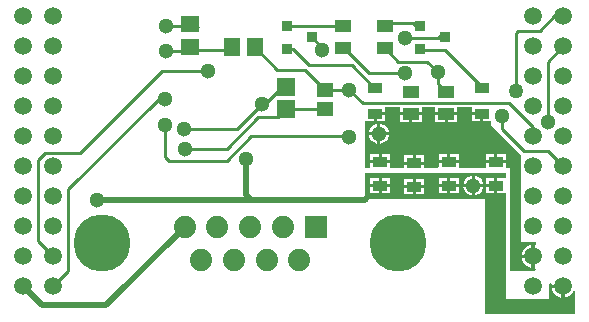
<source format=gbl>
G04 Layer_Physical_Order=2*
G04 Layer_Color=11436288*
%FSLAX42Y42*%
%MOMM*%
G71*
G01*
G75*
%ADD10R,1.30X0.90*%
%ADD11R,1.45X1.05*%
%ADD19C,1.52*%
%ADD20C,0.25*%
%ADD22C,0.50*%
%ADD25C,4.83*%
%ADD26C,1.88*%
%ADD27R,1.88X1.88*%
%ADD28C,1.30*%
%ADD29C,1.27*%
%ADD30R,0.91X0.81*%
%ADD31R,1.55X1.35*%
%ADD32R,1.55X1.55*%
%ADD33R,1.35X1.55*%
%ADD34R,1.45X1.25*%
G36*
X9220Y6516D02*
X9215Y6505D01*
X9207Y6505D01*
X9143D01*
Y6440D01*
Y6375D01*
X9207D01*
X9215Y6375D01*
X9220Y6364D01*
Y6364D01*
Y5480D01*
X9580Y5480D01*
X9580Y5606D01*
X9591Y5616D01*
X9596Y5615D01*
X9604Y5604D01*
X9604Y5600D01*
X9699D01*
Y5587D01*
X9712D01*
Y5492D01*
X9724Y5493D01*
X9748Y5503D01*
X9768Y5518D01*
X9783Y5538D01*
X9787Y5549D01*
X9800Y5546D01*
X9800Y5450D01*
Y5350D01*
X9040D01*
Y6330D01*
X8020D01*
Y6550D01*
X9220D01*
Y6516D01*
D02*
G37*
G36*
X8925Y7063D02*
X9010D01*
Y7050D01*
X9023D01*
Y6985D01*
X9090D01*
Y6950D01*
X9340Y6700D01*
X9340Y5960D01*
X9470Y5960D01*
Y5944D01*
X9460Y5936D01*
X9458Y5936D01*
Y5841D01*
Y5744D01*
X9467Y5736D01*
X9467Y5730D01*
X9457Y5720D01*
X9250Y5720D01*
X9250Y6590D01*
X9215D01*
Y6627D01*
X9045D01*
Y6599D01*
X9036Y6590D01*
X8815D01*
Y6627D01*
X8645D01*
Y6599D01*
X8636Y6590D01*
X8525Y6590D01*
Y6617D01*
X8355D01*
Y6599D01*
X8346Y6590D01*
X8235D01*
Y6627D01*
X8065D01*
Y6599D01*
X8056Y6590D01*
X8029D01*
X8020Y6599D01*
X8020Y6974D01*
X8025Y6985D01*
X8097D01*
Y7050D01*
X8110D01*
Y7063D01*
X8195D01*
Y7107D01*
X8318D01*
Y7060D01*
X8503D01*
Y7107D01*
X8618D01*
Y7060D01*
X8803D01*
Y7107D01*
X8925D01*
Y7063D01*
D02*
G37*
%LPC*%
G36*
X8427Y6495D02*
X8355D01*
Y6443D01*
X8427D01*
Y6495D01*
D02*
G37*
G36*
X8525D02*
X8453D01*
Y6443D01*
X8525D01*
Y6495D01*
D02*
G37*
G36*
X8717Y6427D02*
X8645D01*
Y6375D01*
X8717D01*
Y6427D01*
D02*
G37*
G36*
X8815D02*
X8743D01*
Y6375D01*
X8815D01*
Y6427D01*
D02*
G37*
G36*
X8137Y6505D02*
X8065D01*
Y6453D01*
X8137D01*
Y6505D01*
D02*
G37*
G36*
X8815D02*
X8743D01*
Y6453D01*
X8815D01*
Y6505D01*
D02*
G37*
G36*
X8927Y6524D02*
X8918Y6523D01*
X8897Y6514D01*
X8879Y6501D01*
X8866Y6483D01*
X8857Y6462D01*
X8856Y6453D01*
X8927D01*
Y6524D01*
D02*
G37*
G36*
X8235Y6505D02*
X8163D01*
Y6453D01*
X8235D01*
Y6505D01*
D02*
G37*
G36*
X8717D02*
X8645D01*
Y6453D01*
X8717D01*
Y6505D01*
D02*
G37*
G36*
X8235Y6427D02*
X8163D01*
Y6375D01*
X8235D01*
Y6427D01*
D02*
G37*
G36*
X9432Y5936D02*
X9420Y5935D01*
X9396Y5925D01*
X9376Y5910D01*
X9361Y5890D01*
X9351Y5866D01*
X9350Y5854D01*
X9432D01*
Y5936D01*
D02*
G37*
G36*
X8927Y6427D02*
X8856D01*
X8857Y6418D01*
X8866Y6397D01*
X8879Y6379D01*
X8897Y6366D01*
X8918Y6357D01*
X8927Y6356D01*
Y6427D01*
D02*
G37*
G36*
X9686Y5574D02*
X9604D01*
X9605Y5562D01*
X9615Y5538D01*
X9630Y5518D01*
X9650Y5503D01*
X9674Y5493D01*
X9686Y5492D01*
Y5574D01*
D02*
G37*
G36*
X9432Y5828D02*
X9350D01*
X9351Y5816D01*
X9361Y5792D01*
X9376Y5772D01*
X9396Y5757D01*
X9420Y5747D01*
X9432Y5746D01*
Y5828D01*
D02*
G37*
G36*
X9024Y6427D02*
X8953D01*
Y6356D01*
X8962Y6357D01*
X8983Y6366D01*
X9001Y6379D01*
X9014Y6397D01*
X9023Y6418D01*
X9024Y6427D01*
D02*
G37*
G36*
X9117D02*
X9045D01*
Y6375D01*
X9117D01*
Y6427D01*
D02*
G37*
G36*
X8137D02*
X8065D01*
Y6375D01*
X8137D01*
Y6427D01*
D02*
G37*
G36*
X8427Y6417D02*
X8355D01*
Y6365D01*
X8427D01*
Y6417D01*
D02*
G37*
G36*
X8525D02*
X8453D01*
Y6365D01*
X8525D01*
Y6417D01*
D02*
G37*
G36*
X8153Y6964D02*
Y6893D01*
X8224D01*
X8223Y6902D01*
X8214Y6923D01*
X8201Y6941D01*
X8183Y6954D01*
X8162Y6963D01*
X8153Y6964D01*
D02*
G37*
G36*
X8397Y7035D02*
X8318D01*
Y6975D01*
X8397D01*
Y7035D01*
D02*
G37*
G36*
X8127Y6964D02*
X8118Y6963D01*
X8097Y6954D01*
X8079Y6941D01*
X8066Y6923D01*
X8057Y6902D01*
X8056Y6893D01*
X8127D01*
Y6964D01*
D02*
G37*
G36*
Y6867D02*
X8056D01*
X8057Y6858D01*
X8066Y6837D01*
X8079Y6819D01*
X8097Y6806D01*
X8118Y6797D01*
X8127Y6796D01*
Y6867D01*
D02*
G37*
G36*
X8224D02*
X8153D01*
Y6796D01*
X8162Y6797D01*
X8183Y6806D01*
X8201Y6819D01*
X8214Y6837D01*
X8223Y6858D01*
X8224Y6867D01*
D02*
G37*
G36*
X8195Y7037D02*
X8123D01*
Y6985D01*
X8195D01*
Y7037D01*
D02*
G37*
G36*
X8997D02*
X8925D01*
Y6985D01*
X8997D01*
Y7037D01*
D02*
G37*
G36*
X8803Y7035D02*
X8723D01*
Y6975D01*
X8803D01*
Y7035D01*
D02*
G37*
G36*
X8503D02*
X8423D01*
Y6975D01*
X8503D01*
Y7035D01*
D02*
G37*
G36*
X8697D02*
X8618D01*
Y6975D01*
X8697D01*
Y7035D01*
D02*
G37*
G36*
X8525Y6695D02*
X8453D01*
Y6643D01*
X8525D01*
Y6695D01*
D02*
G37*
G36*
X8137Y6705D02*
X8065D01*
Y6653D01*
X8137D01*
Y6705D01*
D02*
G37*
G36*
X8427Y6695D02*
X8355D01*
Y6643D01*
X8427D01*
Y6695D01*
D02*
G37*
G36*
X8953Y6524D02*
Y6453D01*
X9024D01*
X9023Y6462D01*
X9014Y6483D01*
X9001Y6501D01*
X8983Y6514D01*
X8962Y6523D01*
X8953Y6524D01*
D02*
G37*
G36*
X9117Y6505D02*
X9045D01*
Y6453D01*
X9117D01*
Y6505D01*
D02*
G37*
G36*
Y6705D02*
X9045D01*
Y6653D01*
X9117D01*
Y6705D01*
D02*
G37*
G36*
X9215D02*
X9143D01*
Y6653D01*
X9215D01*
Y6705D01*
D02*
G37*
G36*
X8815D02*
X8743D01*
Y6653D01*
X8815D01*
Y6705D01*
D02*
G37*
G36*
X8235D02*
X8163D01*
Y6653D01*
X8235D01*
Y6705D01*
D02*
G37*
G36*
X8717D02*
X8645D01*
Y6653D01*
X8717D01*
Y6705D01*
D02*
G37*
%LPD*%
D10*
X8150Y6640D02*
D03*
Y6440D02*
D03*
X8440Y6430D02*
D03*
Y6630D02*
D03*
X9130Y6440D02*
D03*
Y6640D02*
D03*
X8730Y6440D02*
D03*
Y6640D02*
D03*
X9010Y7270D02*
D03*
Y7050D02*
D03*
X8110Y7270D02*
D03*
Y7050D02*
D03*
D11*
X8190Y7787D02*
D03*
Y7602D02*
D03*
X7840D02*
D03*
Y7787D02*
D03*
X8710Y7232D02*
D03*
Y7047D02*
D03*
X8410Y7232D02*
D03*
Y7047D02*
D03*
D19*
X5127Y7873D02*
D03*
X5381D02*
D03*
X5127Y7619D02*
D03*
X5381D02*
D03*
X5127Y7365D02*
D03*
X5381D02*
D03*
X5127Y7111D02*
D03*
X5381D02*
D03*
X5127Y6857D02*
D03*
X5381D02*
D03*
X5127Y6603D02*
D03*
X5381D02*
D03*
X5127Y6349D02*
D03*
X5381D02*
D03*
X5127Y6095D02*
D03*
X5381D02*
D03*
X5127Y5841D02*
D03*
X5381D02*
D03*
X5127Y5587D02*
D03*
X5381D02*
D03*
X9445Y7873D02*
D03*
X9699D02*
D03*
X9445Y7619D02*
D03*
X9699D02*
D03*
X9445Y7365D02*
D03*
X9699D02*
D03*
X9445Y7111D02*
D03*
X9699D02*
D03*
X9445Y6857D02*
D03*
X9699D02*
D03*
X9445Y6603D02*
D03*
X9699D02*
D03*
X9445Y6349D02*
D03*
X9699D02*
D03*
X9445Y6095D02*
D03*
X9699D02*
D03*
X9445Y5841D02*
D03*
X9699D02*
D03*
X9445Y5587D02*
D03*
X9699D02*
D03*
D20*
X5610Y6720D02*
X6300Y7410D01*
X6690D01*
X5310Y6720D02*
X5610D01*
X5250Y6660D02*
X5310Y6720D01*
X5510Y6410D02*
X6275Y7175D01*
X5510Y5716D02*
Y6410D01*
X9180Y6920D02*
Y7030D01*
Y6920D02*
X9370Y6730D01*
X6360Y6650D02*
X6850D01*
X6325Y6685D02*
X6360Y6650D01*
X6325Y6685D02*
Y6950D01*
X7058Y6858D02*
X7882D01*
X6850Y6650D02*
X7058Y6858D01*
X8190Y7772D02*
X8235Y7818D01*
X8360Y7690D02*
X8640D01*
X8670Y7720D01*
X8471Y7777D02*
X8484Y7791D01*
X8471Y7777D02*
Y7777D01*
X8430Y7818D02*
X8471Y7777D01*
X8235Y7818D02*
X8430D01*
X8670Y7720D02*
X8700Y7690D01*
X7660Y7590D02*
Y7607D01*
X8491Y7592D02*
X8698D01*
X8484Y7599D02*
X8491Y7592D01*
X8698D02*
X9015Y7275D01*
X9300Y7240D02*
Y7730D01*
X9320Y7750D01*
X9570Y6980D02*
Y7490D01*
X9699Y7619D01*
X9572Y6730D02*
X9699Y6603D01*
X9370Y6730D02*
X9572D01*
X9240Y7140D02*
X9445Y6935D01*
Y6857D02*
Y6935D01*
X9320Y7750D02*
X9500D01*
X9623Y7873D01*
X9699D01*
X8003Y7140D02*
X9240D01*
X7890Y7253D02*
X8003Y7140D01*
X7680Y7253D02*
X7890D01*
X7882Y6858D02*
X7890Y6850D01*
X8640Y7300D02*
Y7400D01*
X8550Y7490D02*
X8640Y7400D01*
X8303Y7490D02*
X8550D01*
X8640Y7300D02*
X8710Y7230D01*
X8100Y7270D02*
X8110D01*
X7910Y7460D02*
X8100Y7270D01*
X7700Y7460D02*
X7910D01*
X8060Y7390D02*
X8360D01*
X7879Y7571D02*
X8060Y7390D01*
X8190Y7602D02*
X8303Y7490D01*
X7283Y7020D02*
X7350Y7088D01*
X7120Y7020D02*
X7283D01*
X6850Y6750D02*
X7120Y7020D01*
X7335Y7257D02*
X7350Y7272D01*
X7300Y7257D02*
X7335D01*
X7172Y7130D02*
X7300Y7257D01*
X7550Y7460D02*
X7700D01*
X7411Y7599D02*
X7550Y7460D01*
X7359Y7599D02*
X7411D01*
X7512Y7420D02*
X7680Y7253D01*
X7278Y7420D02*
X7512D01*
X7088Y7610D02*
X7278Y7420D01*
X7150Y7130D02*
X7172D01*
X6940Y6920D02*
X7130Y7110D01*
X6490Y6920D02*
X6940D01*
X7571Y7696D02*
X7660Y7607D01*
X7350Y7088D02*
X7680D01*
X6340Y7790D02*
X6475D01*
X6480Y7785D01*
X6545Y7850D01*
X6340Y7580D02*
X6475D01*
X6505Y7610D01*
X5250Y5972D02*
X5381Y5841D01*
X5250Y5972D02*
Y6660D01*
X6275Y7175D02*
X6325D01*
X5381Y5587D02*
X5510Y5716D01*
X6500Y6750D02*
X6850D01*
X7822Y7791D02*
X7840Y7772D01*
X7359Y7791D02*
X7822D01*
X6520Y7860D02*
X6545D01*
X6505Y7610D02*
X6545Y7570D01*
X6560Y7585D01*
X6893D01*
X6545Y7850D02*
X6610Y7785D01*
D22*
X8020Y6320D02*
X8050Y6350D01*
X5127Y5587D02*
X5284Y5430D01*
X5833D01*
X6495Y6092D01*
X7055Y6320D02*
X8020D01*
X7012Y6362D02*
X7055Y6320D01*
X5750D02*
X7045D01*
X7050Y6325D01*
X7012Y6362D02*
Y6662D01*
D25*
X5799Y5950D02*
D03*
X8301D02*
D03*
D26*
X6635Y5808D02*
D03*
X6911D02*
D03*
X7189D02*
D03*
X7466D02*
D03*
X6495Y6092D02*
D03*
X6772D02*
D03*
X7051D02*
D03*
X7328D02*
D03*
D27*
X7605D02*
D03*
D28*
X8140Y6880D02*
D03*
X8360Y7690D02*
D03*
X7660Y7590D02*
D03*
X9180Y7030D02*
D03*
X9570Y6980D02*
D03*
X7890Y7253D02*
D03*
Y6850D02*
D03*
X8640Y7400D02*
D03*
X8360Y7390D02*
D03*
X8940Y6440D02*
D03*
X7150Y7130D02*
D03*
X6340Y7790D02*
D03*
Y7580D02*
D03*
X6690Y7410D02*
D03*
X6325Y7175D02*
D03*
X5750Y6320D02*
D03*
X6490Y6920D02*
D03*
X6500Y6750D02*
D03*
X7012Y6662D02*
D03*
X6325Y6950D02*
D03*
D29*
X9300Y7240D02*
D03*
D30*
X7571Y7696D02*
D03*
X7359Y7599D02*
D03*
Y7791D02*
D03*
X8696Y7696D02*
D03*
X8484Y7599D02*
D03*
Y7791D02*
D03*
D31*
X6545Y7610D02*
D03*
Y7810D02*
D03*
D32*
X7350Y7272D02*
D03*
Y7088D02*
D03*
D33*
X6893Y7610D02*
D03*
X7088D02*
D03*
D34*
X7680Y7253D02*
D03*
Y7088D02*
D03*
M02*

</source>
